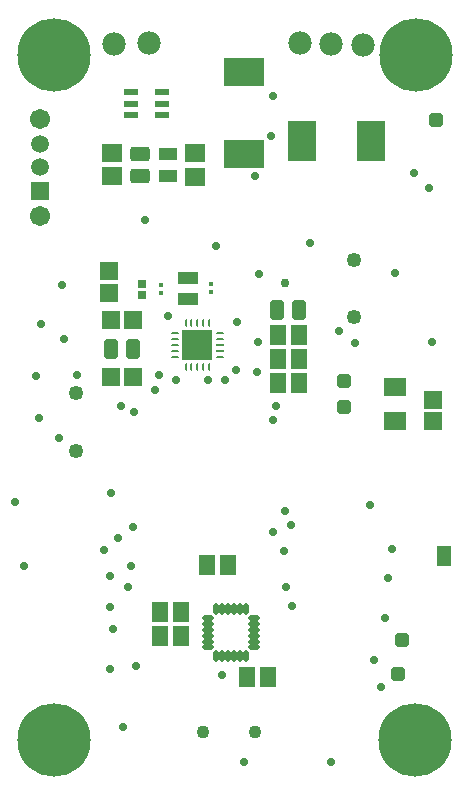
<source format=gbs>
G04*
G04 #@! TF.GenerationSoftware,Altium Limited,Altium Designer,19.0.15 (446)*
G04*
G04 Layer_Color=16711935*
%FSLAX44Y44*%
%MOMM*%
G71*
G01*
G75*
%ADD30R,1.5046X1.5562*%
G04:AMPARAMS|DCode=59|XSize=1.2192mm|YSize=1.2192mm|CornerRadius=0.3556mm|HoleSize=0mm|Usage=FLASHONLY|Rotation=90.000|XOffset=0mm|YOffset=0mm|HoleType=Round|Shape=RoundedRectangle|*
%AMROUNDEDRECTD59*
21,1,1.2192,0.5080,0,0,90.0*
21,1,0.5080,1.2192,0,0,90.0*
1,1,0.7112,0.2540,0.2540*
1,1,0.7112,0.2540,-0.2540*
1,1,0.7112,-0.2540,-0.2540*
1,1,0.7112,-0.2540,0.2540*
%
%ADD59ROUNDEDRECTD59*%
G04:AMPARAMS|DCode=64|XSize=1.2032mm|YSize=1.6232mm|CornerRadius=0.2266mm|HoleSize=0mm|Usage=FLASHONLY|Rotation=90.000|XOffset=0mm|YOffset=0mm|HoleType=Round|Shape=RoundedRectangle|*
%AMROUNDEDRECTD64*
21,1,1.2032,1.1700,0,0,90.0*
21,1,0.7500,1.6232,0,0,90.0*
1,1,0.4532,0.5850,0.3750*
1,1,0.4532,0.5850,-0.3750*
1,1,0.4532,-0.5850,-0.3750*
1,1,0.4532,-0.5850,0.3750*
%
%ADD64ROUNDEDRECTD64*%
G04:AMPARAMS|DCode=65|XSize=1.2032mm|YSize=1.6232mm|CornerRadius=0.2266mm|HoleSize=0mm|Usage=FLASHONLY|Rotation=0.000|XOffset=0mm|YOffset=0mm|HoleType=Round|Shape=RoundedRectangle|*
%AMROUNDEDRECTD65*
21,1,1.2032,1.1700,0,0,0.0*
21,1,0.7500,1.6232,0,0,0.0*
1,1,0.4532,0.3750,-0.5850*
1,1,0.4532,-0.3750,-0.5850*
1,1,0.4532,-0.3750,0.5850*
1,1,0.4532,0.3750,0.5850*
%
%ADD65ROUNDEDRECTD65*%
%ADD67R,1.5832X1.1232*%
G04:AMPARAMS|DCode=69|XSize=1.2192mm|YSize=1.2192mm|CornerRadius=0.3556mm|HoleSize=0mm|Usage=FLASHONLY|Rotation=0.000|XOffset=0mm|YOffset=0mm|HoleType=Round|Shape=RoundedRectangle|*
%AMROUNDEDRECTD69*
21,1,1.2192,0.5080,0,0,0.0*
21,1,0.5080,1.2192,0,0,0.0*
1,1,0.7112,0.2540,-0.2540*
1,1,0.7112,-0.2540,-0.2540*
1,1,0.7112,-0.2540,0.2540*
1,1,0.7112,0.2540,0.2540*
%
%ADD69ROUNDEDRECTD69*%
%ADD74C,6.2032*%
%ADD75R,1.5112X1.5112*%
%ADD76C,1.5112*%
%ADD77C,1.7032*%
%ADD78C,1.2532*%
%ADD79C,0.7500*%
%ADD80C,1.1032*%
%ADD81C,0.7112*%
%ADD82C,1.9812*%
%ADD107R,1.5562X1.5046*%
%ADD108R,1.8582X1.5055*%
%ADD111R,0.4000X0.3000*%
%ADD112R,1.7800X1.0200*%
%ADD114R,2.4130X3.4290*%
%ADD115R,1.2000X0.6000*%
G04:AMPARAMS|DCode=117|XSize=0.6937mm|YSize=0.2393mm|CornerRadius=0.0598mm|HoleSize=0mm|Usage=FLASHONLY|Rotation=90.000|XOffset=0mm|YOffset=0mm|HoleType=Round|Shape=RoundedRectangle|*
%AMROUNDEDRECTD117*
21,1,0.6937,0.1196,0,0,90.0*
21,1,0.5741,0.2393,0,0,90.0*
1,1,0.1196,0.0598,0.2870*
1,1,0.1196,0.0598,-0.2870*
1,1,0.1196,-0.0598,-0.2870*
1,1,0.1196,-0.0598,0.2870*
%
%ADD117ROUNDEDRECTD117*%
G04:AMPARAMS|DCode=118|XSize=0.2393mm|YSize=0.6937mm|CornerRadius=0.0598mm|HoleSize=0mm|Usage=FLASHONLY|Rotation=90.000|XOffset=0mm|YOffset=0mm|HoleType=Round|Shape=RoundedRectangle|*
%AMROUNDEDRECTD118*
21,1,0.2393,0.5741,0,0,90.0*
21,1,0.1196,0.6937,0,0,90.0*
1,1,0.1196,0.2870,0.0598*
1,1,0.1196,0.2870,-0.0598*
1,1,0.1196,-0.2870,-0.0598*
1,1,0.1196,-0.2870,0.0598*
%
%ADD118ROUNDEDRECTD118*%
%ADD119O,0.6937X0.2393*%
%ADD120R,0.6937X0.2393*%
%ADD121R,2.6000X2.6000*%
%ADD124R,0.6725X0.7653*%
%ADD125R,1.2192X1.7272*%
%ADD126R,3.3832X2.4532*%
%ADD127R,1.3632X1.6732*%
%ADD128R,1.3532X1.6732*%
%ADD129R,1.7032X1.5032*%
G04:AMPARAMS|DCode=130|XSize=0.9932mm|YSize=0.4632mm|CornerRadius=0.1666mm|HoleSize=0mm|Usage=FLASHONLY|Rotation=180.000|XOffset=0mm|YOffset=0mm|HoleType=Round|Shape=RoundedRectangle|*
%AMROUNDEDRECTD130*
21,1,0.9932,0.1300,0,0,180.0*
21,1,0.6600,0.4632,0,0,180.0*
1,1,0.3332,-0.3300,0.0650*
1,1,0.3332,0.3300,0.0650*
1,1,0.3332,0.3300,-0.0650*
1,1,0.3332,-0.3300,-0.0650*
%
%ADD130ROUNDEDRECTD130*%
G04:AMPARAMS|DCode=131|XSize=0.9932mm|YSize=0.4632mm|CornerRadius=0.1666mm|HoleSize=0mm|Usage=FLASHONLY|Rotation=90.000|XOffset=0mm|YOffset=0mm|HoleType=Round|Shape=RoundedRectangle|*
%AMROUNDEDRECTD131*
21,1,0.9932,0.1300,0,0,90.0*
21,1,0.6600,0.4632,0,0,90.0*
1,1,0.3332,0.0650,0.3300*
1,1,0.3332,0.0650,-0.3300*
1,1,0.3332,-0.0650,-0.3300*
1,1,0.3332,-0.0650,0.3300*
%
%ADD131ROUNDEDRECTD131*%
D30*
X66676Y307591D02*
D03*
X48661D02*
D03*
X48663Y356029D02*
D03*
X66679D02*
D03*
D59*
X245840Y282380D02*
D03*
D64*
X72617Y496298D02*
D03*
Y477598D02*
D03*
D65*
X66959Y331415D02*
D03*
X48259D02*
D03*
X207465Y364545D02*
D03*
X188765D02*
D03*
D67*
X96720Y477615D02*
D03*
Y496715D02*
D03*
D69*
X323440Y525318D02*
D03*
X245590Y304380D02*
D03*
X291470Y56487D02*
D03*
X294771Y85415D02*
D03*
D74*
X-180Y580050D02*
D03*
X306074Y579945D02*
D03*
X305991Y325D02*
D03*
X0Y0D02*
D03*
D75*
X-11571Y465312D02*
D03*
D76*
Y485312D02*
D03*
Y505312D02*
D03*
D77*
Y444311D02*
D03*
Y526311D02*
D03*
D78*
X253698Y406991D02*
D03*
Y358191D02*
D03*
X18773Y245006D02*
D03*
Y293806D02*
D03*
D79*
X195552Y387561D02*
D03*
D80*
X170364Y7439D02*
D03*
X126364D02*
D03*
D81*
X286318Y161969D02*
D03*
X142537Y55512D02*
D03*
X69301Y62646D02*
D03*
X255071Y336073D02*
D03*
X267917Y199428D02*
D03*
X185596Y545715D02*
D03*
X58364Y11272D02*
D03*
X234853Y-17927D02*
D03*
X271254Y67813D02*
D03*
X160645Y-17901D02*
D03*
X276556Y45603D02*
D03*
X317091Y467474D02*
D03*
X320376Y337049D02*
D03*
X288974Y395883D02*
D03*
X173646Y395168D02*
D03*
X304391Y480378D02*
D03*
X137552Y418989D02*
D03*
X240972Y347009D02*
D03*
X172323Y337681D02*
D03*
X56305Y283500D02*
D03*
X6464Y385690D02*
D03*
X-14863Y308388D02*
D03*
X-13061Y273034D02*
D03*
X76949Y440379D02*
D03*
X170350Y477559D02*
D03*
X183357Y511795D02*
D03*
X216568Y421332D02*
D03*
X19358Y309658D02*
D03*
X172231Y312335D02*
D03*
X154197Y313828D02*
D03*
X188193Y283373D02*
D03*
X185273Y270898D02*
D03*
X89065Y309481D02*
D03*
X129972Y304741D02*
D03*
X103630Y305332D02*
D03*
X144986Y305332D02*
D03*
X155188Y354029D02*
D03*
X8218Y339806D02*
D03*
X85370Y296595D02*
D03*
X4340Y255829D02*
D03*
X96367Y359582D02*
D03*
X201621Y113562D02*
D03*
X282561Y137086D02*
D03*
X196156Y129522D02*
D03*
X279947Y103674D02*
D03*
X67481Y278174D02*
D03*
X48609Y209805D02*
D03*
X67241Y180775D02*
D03*
X54258Y171233D02*
D03*
X62843Y130282D02*
D03*
X47228Y138957D02*
D03*
X42476Y161334D02*
D03*
X-32824Y202080D02*
D03*
X49770Y94232D02*
D03*
X47682Y60875D02*
D03*
X-25186Y147267D02*
D03*
X-11370Y352399D02*
D03*
X47616Y112966D02*
D03*
X194690Y160720D02*
D03*
X65120Y147530D02*
D03*
X195300Y194570D02*
D03*
X185040Y176190D02*
D03*
X200530Y182050D02*
D03*
D82*
X261562Y589053D02*
D03*
X50405Y589609D02*
D03*
X80084Y590142D02*
D03*
X208196Y590245D02*
D03*
X234195Y589661D02*
D03*
D107*
X320871Y288271D02*
D03*
Y270255D02*
D03*
X46245Y379064D02*
D03*
Y397079D02*
D03*
D108*
X288514Y270059D02*
D03*
Y299586D02*
D03*
D111*
X133203Y379633D02*
D03*
Y386633D02*
D03*
X90802Y385493D02*
D03*
Y378493D02*
D03*
D112*
X113315Y373539D02*
D03*
Y391339D02*
D03*
D114*
X268284Y507512D02*
D03*
X209863D02*
D03*
D115*
X91573Y548701D02*
D03*
Y539201D02*
D03*
Y529701D02*
D03*
X65573D02*
D03*
Y539201D02*
D03*
Y548701D02*
D03*
D117*
X131380Y315830D02*
D03*
X126380D02*
D03*
X121380D02*
D03*
X116380D02*
D03*
X111380D02*
D03*
Y353600D02*
D03*
X116380D02*
D03*
X121380D02*
D03*
X126380D02*
D03*
X131380D02*
D03*
D118*
X102495Y324715D02*
D03*
Y329715D02*
D03*
Y334715D02*
D03*
Y339715D02*
D03*
Y344715D02*
D03*
X140265D02*
D03*
Y339715D02*
D03*
Y324715D02*
D03*
D119*
Y334715D02*
D03*
D120*
Y329715D02*
D03*
D121*
X121380Y334715D02*
D03*
D124*
X74310Y377448D02*
D03*
Y386519D02*
D03*
D125*
X330123Y156170D02*
D03*
D126*
X160797Y565529D02*
D03*
Y496429D02*
D03*
D127*
X147529Y148749D02*
D03*
X129929D02*
D03*
X207062Y302915D02*
D03*
X189461D02*
D03*
X189466Y343112D02*
D03*
X207066D02*
D03*
X189764Y322548D02*
D03*
X207363D02*
D03*
X107420Y88138D02*
D03*
X89820D02*
D03*
D128*
X107156Y109050D02*
D03*
X89556D02*
D03*
X163600Y54090D02*
D03*
X181200D02*
D03*
D129*
X48948Y477595D02*
D03*
Y497595D02*
D03*
X119091Y496948D02*
D03*
Y476948D02*
D03*
D130*
X169737Y103693D02*
D03*
Y98693D02*
D03*
Y93693D02*
D03*
Y88693D02*
D03*
Y83693D02*
D03*
Y78693D02*
D03*
X130337D02*
D03*
Y83693D02*
D03*
Y88693D02*
D03*
Y93693D02*
D03*
Y98693D02*
D03*
Y103693D02*
D03*
D131*
X162537Y71493D02*
D03*
X157537D02*
D03*
X152537D02*
D03*
X147537D02*
D03*
X142537D02*
D03*
X137537D02*
D03*
Y110893D02*
D03*
X142537D02*
D03*
X147537D02*
D03*
X152537D02*
D03*
X157537D02*
D03*
X162537D02*
D03*
M02*

</source>
